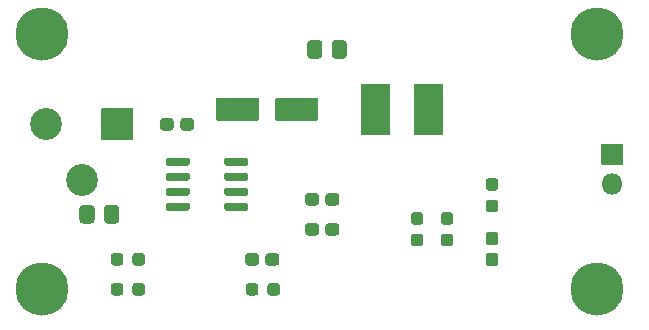
<source format=gts>
%TF.GenerationSoftware,KiCad,Pcbnew,(5.1.12)-1*%
%TF.CreationDate,2021-11-13T04:14:35-08:00*%
%TF.ProjectId,techdemo,74656368-6465-46d6-9f2e-6b696361645f,rev?*%
%TF.SameCoordinates,Original*%
%TF.FileFunction,Soldermask,Top*%
%TF.FilePolarity,Negative*%
%FSLAX46Y46*%
G04 Gerber Fmt 4.6, Leading zero omitted, Abs format (unit mm)*
G04 Created by KiCad (PCBNEW (5.1.12)-1) date 2021-11-13 04:14:35*
%MOMM*%
%LPD*%
G01*
G04 APERTURE LIST*
%ADD10C,4.501600*%
%ADD11O,1.801600X1.801600*%
%ADD12C,2.701600*%
G04 APERTURE END LIST*
D10*
%TO.C,REF\u002A\u002A*%
X144780000Y-82550000D03*
%TD*%
%TO.C,REF\u002A\u002A*%
X144780000Y-104140000D03*
%TD*%
%TO.C,REF\u002A\u002A*%
X191770000Y-104140000D03*
%TD*%
%TO.C,REF\u002A\u002A*%
X191770000Y-82550000D03*
%TD*%
%TO.C,C2*%
G36*
G01*
X155935800Y-89907100D02*
X155935800Y-90432900D01*
G75*
G02*
X155672900Y-90695800I-262900J0D01*
G01*
X155022100Y-90695800D01*
G75*
G02*
X154759200Y-90432900I0J262900D01*
G01*
X154759200Y-89907100D01*
G75*
G02*
X155022100Y-89644200I262900J0D01*
G01*
X155672900Y-89644200D01*
G75*
G02*
X155935800Y-89907100I0J-262900D01*
G01*
G37*
G36*
G01*
X157660800Y-89907100D02*
X157660800Y-90432900D01*
G75*
G02*
X157397900Y-90695800I-262900J0D01*
G01*
X156747100Y-90695800D01*
G75*
G02*
X156484200Y-90432900I0J262900D01*
G01*
X156484200Y-89907100D01*
G75*
G02*
X156747100Y-89644200I262900J0D01*
G01*
X157397900Y-89644200D01*
G75*
G02*
X157660800Y-89907100I0J-262900D01*
G01*
G37*
%TD*%
%TO.C,L1*%
G36*
G01*
X176259200Y-91000000D02*
X176259200Y-86800000D01*
G75*
G02*
X176310000Y-86749200I50800J0D01*
G01*
X178710000Y-86749200D01*
G75*
G02*
X178760800Y-86800000I0J-50800D01*
G01*
X178760800Y-91000000D01*
G75*
G02*
X178710000Y-91050800I-50800J0D01*
G01*
X176310000Y-91050800D01*
G75*
G02*
X176259200Y-91000000I0J50800D01*
G01*
G37*
G36*
G01*
X171759200Y-91000000D02*
X171759200Y-86800000D01*
G75*
G02*
X171810000Y-86749200I50800J0D01*
G01*
X174210000Y-86749200D01*
G75*
G02*
X174260800Y-86800000I0J-50800D01*
G01*
X174260800Y-91000000D01*
G75*
G02*
X174210000Y-91050800I-50800J0D01*
G01*
X171810000Y-91050800D01*
G75*
G02*
X171759200Y-91000000I0J50800D01*
G01*
G37*
%TD*%
%TO.C,U1*%
G36*
G01*
X160199200Y-93520400D02*
X160199200Y-93169600D01*
G75*
G02*
X160374600Y-92994200I175400J0D01*
G01*
X162075400Y-92994200D01*
G75*
G02*
X162250800Y-93169600I0J-175400D01*
G01*
X162250800Y-93520400D01*
G75*
G02*
X162075400Y-93695800I-175400J0D01*
G01*
X160374600Y-93695800D01*
G75*
G02*
X160199200Y-93520400I0J175400D01*
G01*
G37*
G36*
G01*
X160199200Y-94790400D02*
X160199200Y-94439600D01*
G75*
G02*
X160374600Y-94264200I175400J0D01*
G01*
X162075400Y-94264200D01*
G75*
G02*
X162250800Y-94439600I0J-175400D01*
G01*
X162250800Y-94790400D01*
G75*
G02*
X162075400Y-94965800I-175400J0D01*
G01*
X160374600Y-94965800D01*
G75*
G02*
X160199200Y-94790400I0J175400D01*
G01*
G37*
G36*
G01*
X160199200Y-96060400D02*
X160199200Y-95709600D01*
G75*
G02*
X160374600Y-95534200I175400J0D01*
G01*
X162075400Y-95534200D01*
G75*
G02*
X162250800Y-95709600I0J-175400D01*
G01*
X162250800Y-96060400D01*
G75*
G02*
X162075400Y-96235800I-175400J0D01*
G01*
X160374600Y-96235800D01*
G75*
G02*
X160199200Y-96060400I0J175400D01*
G01*
G37*
G36*
G01*
X160199200Y-97330400D02*
X160199200Y-96979600D01*
G75*
G02*
X160374600Y-96804200I175400J0D01*
G01*
X162075400Y-96804200D01*
G75*
G02*
X162250800Y-96979600I0J-175400D01*
G01*
X162250800Y-97330400D01*
G75*
G02*
X162075400Y-97505800I-175400J0D01*
G01*
X160374600Y-97505800D01*
G75*
G02*
X160199200Y-97330400I0J175400D01*
G01*
G37*
G36*
G01*
X155249200Y-97330400D02*
X155249200Y-96979600D01*
G75*
G02*
X155424600Y-96804200I175400J0D01*
G01*
X157125400Y-96804200D01*
G75*
G02*
X157300800Y-96979600I0J-175400D01*
G01*
X157300800Y-97330400D01*
G75*
G02*
X157125400Y-97505800I-175400J0D01*
G01*
X155424600Y-97505800D01*
G75*
G02*
X155249200Y-97330400I0J175400D01*
G01*
G37*
G36*
G01*
X155249200Y-96060400D02*
X155249200Y-95709600D01*
G75*
G02*
X155424600Y-95534200I175400J0D01*
G01*
X157125400Y-95534200D01*
G75*
G02*
X157300800Y-95709600I0J-175400D01*
G01*
X157300800Y-96060400D01*
G75*
G02*
X157125400Y-96235800I-175400J0D01*
G01*
X155424600Y-96235800D01*
G75*
G02*
X155249200Y-96060400I0J175400D01*
G01*
G37*
G36*
G01*
X155249200Y-94790400D02*
X155249200Y-94439600D01*
G75*
G02*
X155424600Y-94264200I175400J0D01*
G01*
X157125400Y-94264200D01*
G75*
G02*
X157300800Y-94439600I0J-175400D01*
G01*
X157300800Y-94790400D01*
G75*
G02*
X157125400Y-94965800I-175400J0D01*
G01*
X155424600Y-94965800D01*
G75*
G02*
X155249200Y-94790400I0J175400D01*
G01*
G37*
G36*
G01*
X155249200Y-93520400D02*
X155249200Y-93169600D01*
G75*
G02*
X155424600Y-92994200I175400J0D01*
G01*
X157125400Y-92994200D01*
G75*
G02*
X157300800Y-93169600I0J-175400D01*
G01*
X157300800Y-93520400D01*
G75*
G02*
X157125400Y-93695800I-175400J0D01*
G01*
X155424600Y-93695800D01*
G75*
G02*
X155249200Y-93520400I0J175400D01*
G01*
G37*
%TD*%
%TO.C,R6*%
G36*
G01*
X182617100Y-96536700D02*
X183142900Y-96536700D01*
G75*
G02*
X183405800Y-96799600I0J-262900D01*
G01*
X183405800Y-97350400D01*
G75*
G02*
X183142900Y-97613300I-262900J0D01*
G01*
X182617100Y-97613300D01*
G75*
G02*
X182354200Y-97350400I0J262900D01*
G01*
X182354200Y-96799600D01*
G75*
G02*
X182617100Y-96536700I262900J0D01*
G01*
G37*
G36*
G01*
X182617100Y-94711700D02*
X183142900Y-94711700D01*
G75*
G02*
X183405800Y-94974600I0J-262900D01*
G01*
X183405800Y-95525400D01*
G75*
G02*
X183142900Y-95788300I-262900J0D01*
G01*
X182617100Y-95788300D01*
G75*
G02*
X182354200Y-95525400I0J262900D01*
G01*
X182354200Y-94974600D01*
G75*
G02*
X182617100Y-94711700I262900J0D01*
G01*
G37*
%TD*%
%TO.C,R5*%
G36*
G01*
X176792900Y-98685800D02*
X176267100Y-98685800D01*
G75*
G02*
X176004200Y-98422900I0J262900D01*
G01*
X176004200Y-97872100D01*
G75*
G02*
X176267100Y-97609200I262900J0D01*
G01*
X176792900Y-97609200D01*
G75*
G02*
X177055800Y-97872100I0J-262900D01*
G01*
X177055800Y-98422900D01*
G75*
G02*
X176792900Y-98685800I-262900J0D01*
G01*
G37*
G36*
G01*
X176792900Y-100510800D02*
X176267100Y-100510800D01*
G75*
G02*
X176004200Y-100247900I0J262900D01*
G01*
X176004200Y-99697100D01*
G75*
G02*
X176267100Y-99434200I262900J0D01*
G01*
X176792900Y-99434200D01*
G75*
G02*
X177055800Y-99697100I0J-262900D01*
G01*
X177055800Y-100247900D01*
G75*
G02*
X176792900Y-100510800I-262900J0D01*
G01*
G37*
%TD*%
%TO.C,R4*%
G36*
G01*
X178807100Y-99434200D02*
X179332900Y-99434200D01*
G75*
G02*
X179595800Y-99697100I0J-262900D01*
G01*
X179595800Y-100247900D01*
G75*
G02*
X179332900Y-100510800I-262900J0D01*
G01*
X178807100Y-100510800D01*
G75*
G02*
X178544200Y-100247900I0J262900D01*
G01*
X178544200Y-99697100D01*
G75*
G02*
X178807100Y-99434200I262900J0D01*
G01*
G37*
G36*
G01*
X178807100Y-97609200D02*
X179332900Y-97609200D01*
G75*
G02*
X179595800Y-97872100I0J-262900D01*
G01*
X179595800Y-98422900D01*
G75*
G02*
X179332900Y-98685800I-262900J0D01*
G01*
X178807100Y-98685800D01*
G75*
G02*
X178544200Y-98422900I0J262900D01*
G01*
X178544200Y-97872100D01*
G75*
G02*
X178807100Y-97609200I262900J0D01*
G01*
G37*
%TD*%
%TO.C,R3*%
G36*
G01*
X163098300Y-103877100D02*
X163098300Y-104402900D01*
G75*
G02*
X162835400Y-104665800I-262900J0D01*
G01*
X162284600Y-104665800D01*
G75*
G02*
X162021700Y-104402900I0J262900D01*
G01*
X162021700Y-103877100D01*
G75*
G02*
X162284600Y-103614200I262900J0D01*
G01*
X162835400Y-103614200D01*
G75*
G02*
X163098300Y-103877100I0J-262900D01*
G01*
G37*
G36*
G01*
X164923300Y-103877100D02*
X164923300Y-104402900D01*
G75*
G02*
X164660400Y-104665800I-262900J0D01*
G01*
X164109600Y-104665800D01*
G75*
G02*
X163846700Y-104402900I0J262900D01*
G01*
X163846700Y-103877100D01*
G75*
G02*
X164109600Y-103614200I262900J0D01*
G01*
X164660400Y-103614200D01*
G75*
G02*
X164923300Y-103877100I0J-262900D01*
G01*
G37*
%TD*%
%TO.C,R2*%
G36*
G01*
X151668300Y-103877100D02*
X151668300Y-104402900D01*
G75*
G02*
X151405400Y-104665800I-262900J0D01*
G01*
X150854600Y-104665800D01*
G75*
G02*
X150591700Y-104402900I0J262900D01*
G01*
X150591700Y-103877100D01*
G75*
G02*
X150854600Y-103614200I262900J0D01*
G01*
X151405400Y-103614200D01*
G75*
G02*
X151668300Y-103877100I0J-262900D01*
G01*
G37*
G36*
G01*
X153493300Y-103877100D02*
X153493300Y-104402900D01*
G75*
G02*
X153230400Y-104665800I-262900J0D01*
G01*
X152679600Y-104665800D01*
G75*
G02*
X152416700Y-104402900I0J262900D01*
G01*
X152416700Y-103877100D01*
G75*
G02*
X152679600Y-103614200I262900J0D01*
G01*
X153230400Y-103614200D01*
G75*
G02*
X153493300Y-103877100I0J-262900D01*
G01*
G37*
%TD*%
%TO.C,R1*%
G36*
G01*
X152416700Y-101862900D02*
X152416700Y-101337100D01*
G75*
G02*
X152679600Y-101074200I262900J0D01*
G01*
X153230400Y-101074200D01*
G75*
G02*
X153493300Y-101337100I0J-262900D01*
G01*
X153493300Y-101862900D01*
G75*
G02*
X153230400Y-102125800I-262900J0D01*
G01*
X152679600Y-102125800D01*
G75*
G02*
X152416700Y-101862900I0J262900D01*
G01*
G37*
G36*
G01*
X150591700Y-101862900D02*
X150591700Y-101337100D01*
G75*
G02*
X150854600Y-101074200I262900J0D01*
G01*
X151405400Y-101074200D01*
G75*
G02*
X151668300Y-101337100I0J-262900D01*
G01*
X151668300Y-101862900D01*
G75*
G02*
X151405400Y-102125800I-262900J0D01*
G01*
X150854600Y-102125800D01*
G75*
G02*
X150591700Y-101862900I0J262900D01*
G01*
G37*
%TD*%
D11*
%TO.C,J2*%
X193040000Y-95250000D03*
G36*
G01*
X192139200Y-93560000D02*
X192139200Y-91860000D01*
G75*
G02*
X192190000Y-91809200I50800J0D01*
G01*
X193890000Y-91809200D01*
G75*
G02*
X193940800Y-91860000I0J-50800D01*
G01*
X193940800Y-93560000D01*
G75*
G02*
X193890000Y-93610800I-50800J0D01*
G01*
X192190000Y-93610800D01*
G75*
G02*
X192139200Y-93560000I0J50800D01*
G01*
G37*
%TD*%
D12*
%TO.C,J1*%
X148130000Y-94870000D03*
X145130000Y-90170000D03*
G36*
G01*
X149830000Y-88819200D02*
X152430000Y-88819200D01*
G75*
G02*
X152480800Y-88870000I0J-50800D01*
G01*
X152480800Y-91470000D01*
G75*
G02*
X152430000Y-91520800I-50800J0D01*
G01*
X149830000Y-91520800D01*
G75*
G02*
X149779200Y-91470000I0J50800D01*
G01*
X149779200Y-88870000D01*
G75*
G02*
X149830000Y-88819200I50800J0D01*
G01*
G37*
%TD*%
%TO.C,D2*%
G36*
G01*
X183142900Y-100425800D02*
X182617100Y-100425800D01*
G75*
G02*
X182354200Y-100162900I0J262900D01*
G01*
X182354200Y-99537100D01*
G75*
G02*
X182617100Y-99274200I262900J0D01*
G01*
X183142900Y-99274200D01*
G75*
G02*
X183405800Y-99537100I0J-262900D01*
G01*
X183405800Y-100162900D01*
G75*
G02*
X183142900Y-100425800I-262900J0D01*
G01*
G37*
G36*
G01*
X183142900Y-102175800D02*
X182617100Y-102175800D01*
G75*
G02*
X182354200Y-101912900I0J262900D01*
G01*
X182354200Y-101287100D01*
G75*
G02*
X182617100Y-101024200I262900J0D01*
G01*
X183142900Y-101024200D01*
G75*
G02*
X183405800Y-101287100I0J-262900D01*
G01*
X183405800Y-101912900D01*
G75*
G02*
X183142900Y-102175800I-262900J0D01*
G01*
G37*
%TD*%
%TO.C,D1*%
G36*
G01*
X163130800Y-88000000D02*
X163130800Y-89800000D01*
G75*
G02*
X163080000Y-89850800I-50800J0D01*
G01*
X159580000Y-89850800D01*
G75*
G02*
X159529200Y-89800000I0J50800D01*
G01*
X159529200Y-88000000D01*
G75*
G02*
X159580000Y-87949200I50800J0D01*
G01*
X163080000Y-87949200D01*
G75*
G02*
X163130800Y-88000000I0J-50800D01*
G01*
G37*
G36*
G01*
X168130800Y-88000000D02*
X168130800Y-89800000D01*
G75*
G02*
X168080000Y-89850800I-50800J0D01*
G01*
X164580000Y-89850800D01*
G75*
G02*
X164529200Y-89800000I0J50800D01*
G01*
X164529200Y-88000000D01*
G75*
G02*
X164580000Y-87949200I50800J0D01*
G01*
X168080000Y-87949200D01*
G75*
G02*
X168130800Y-88000000I0J-50800D01*
G01*
G37*
%TD*%
%TO.C,C6*%
G36*
G01*
X168510800Y-83315817D02*
X168510800Y-84324183D01*
G75*
G02*
X168239183Y-84595800I-271617J0D01*
G01*
X167505817Y-84595800D01*
G75*
G02*
X167234200Y-84324183I0J271617D01*
G01*
X167234200Y-83315817D01*
G75*
G02*
X167505817Y-83044200I271617J0D01*
G01*
X168239183Y-83044200D01*
G75*
G02*
X168510800Y-83315817I0J-271617D01*
G01*
G37*
G36*
G01*
X170585800Y-83315817D02*
X170585800Y-84324183D01*
G75*
G02*
X170314183Y-84595800I-271617J0D01*
G01*
X169580817Y-84595800D01*
G75*
G02*
X169309200Y-84324183I0J271617D01*
G01*
X169309200Y-83315817D01*
G75*
G02*
X169580817Y-83044200I271617J0D01*
G01*
X170314183Y-83044200D01*
G75*
G02*
X170585800Y-83315817I0J-271617D01*
G01*
G37*
%TD*%
%TO.C,C5*%
G36*
G01*
X168776700Y-96782900D02*
X168776700Y-96257100D01*
G75*
G02*
X169039600Y-95994200I262900J0D01*
G01*
X169690400Y-95994200D01*
G75*
G02*
X169953300Y-96257100I0J-262900D01*
G01*
X169953300Y-96782900D01*
G75*
G02*
X169690400Y-97045800I-262900J0D01*
G01*
X169039600Y-97045800D01*
G75*
G02*
X168776700Y-96782900I0J262900D01*
G01*
G37*
G36*
G01*
X167051700Y-96782900D02*
X167051700Y-96257100D01*
G75*
G02*
X167314600Y-95994200I262900J0D01*
G01*
X167965400Y-95994200D01*
G75*
G02*
X168228300Y-96257100I0J-262900D01*
G01*
X168228300Y-96782900D01*
G75*
G02*
X167965400Y-97045800I-262900J0D01*
G01*
X167314600Y-97045800D01*
G75*
G02*
X167051700Y-96782900I0J262900D01*
G01*
G37*
%TD*%
%TO.C,C4*%
G36*
G01*
X168776700Y-99322900D02*
X168776700Y-98797100D01*
G75*
G02*
X169039600Y-98534200I262900J0D01*
G01*
X169690400Y-98534200D01*
G75*
G02*
X169953300Y-98797100I0J-262900D01*
G01*
X169953300Y-99322900D01*
G75*
G02*
X169690400Y-99585800I-262900J0D01*
G01*
X169039600Y-99585800D01*
G75*
G02*
X168776700Y-99322900I0J262900D01*
G01*
G37*
G36*
G01*
X167051700Y-99322900D02*
X167051700Y-98797100D01*
G75*
G02*
X167314600Y-98534200I262900J0D01*
G01*
X167965400Y-98534200D01*
G75*
G02*
X168228300Y-98797100I0J-262900D01*
G01*
X168228300Y-99322900D01*
G75*
G02*
X167965400Y-99585800I-262900J0D01*
G01*
X167314600Y-99585800D01*
G75*
G02*
X167051700Y-99322900I0J262900D01*
G01*
G37*
%TD*%
%TO.C,C3*%
G36*
G01*
X163148300Y-101337100D02*
X163148300Y-101862900D01*
G75*
G02*
X162885400Y-102125800I-262900J0D01*
G01*
X162234600Y-102125800D01*
G75*
G02*
X161971700Y-101862900I0J262900D01*
G01*
X161971700Y-101337100D01*
G75*
G02*
X162234600Y-101074200I262900J0D01*
G01*
X162885400Y-101074200D01*
G75*
G02*
X163148300Y-101337100I0J-262900D01*
G01*
G37*
G36*
G01*
X164873300Y-101337100D02*
X164873300Y-101862900D01*
G75*
G02*
X164610400Y-102125800I-262900J0D01*
G01*
X163959600Y-102125800D01*
G75*
G02*
X163696700Y-101862900I0J262900D01*
G01*
X163696700Y-101337100D01*
G75*
G02*
X163959600Y-101074200I262900J0D01*
G01*
X164610400Y-101074200D01*
G75*
G02*
X164873300Y-101337100I0J-262900D01*
G01*
G37*
%TD*%
%TO.C,C1*%
G36*
G01*
X149228300Y-97285817D02*
X149228300Y-98294183D01*
G75*
G02*
X148956683Y-98565800I-271617J0D01*
G01*
X148223317Y-98565800D01*
G75*
G02*
X147951700Y-98294183I0J271617D01*
G01*
X147951700Y-97285817D01*
G75*
G02*
X148223317Y-97014200I271617J0D01*
G01*
X148956683Y-97014200D01*
G75*
G02*
X149228300Y-97285817I0J-271617D01*
G01*
G37*
G36*
G01*
X151303300Y-97285817D02*
X151303300Y-98294183D01*
G75*
G02*
X151031683Y-98565800I-271617J0D01*
G01*
X150298317Y-98565800D01*
G75*
G02*
X150026700Y-98294183I0J271617D01*
G01*
X150026700Y-97285817D01*
G75*
G02*
X150298317Y-97014200I271617J0D01*
G01*
X151031683Y-97014200D01*
G75*
G02*
X151303300Y-97285817I0J-271617D01*
G01*
G37*
%TD*%
M02*

</source>
